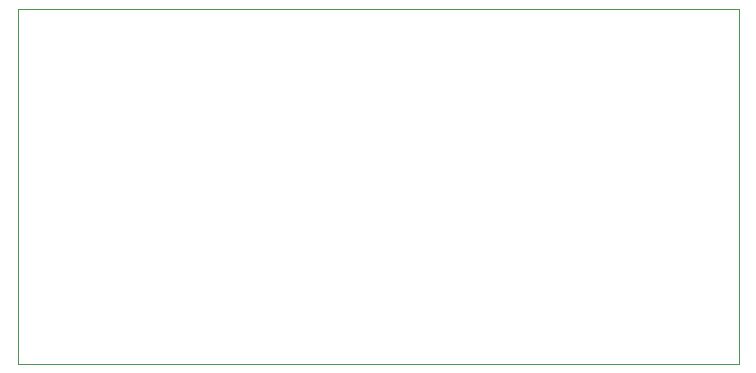
<source format=gko>
G75*
%MOIN*%
%OFA0B0*%
%FSLAX24Y24*%
%IPPOS*%
%LPD*%
%AMOC8*
5,1,8,0,0,1.08239X$1,22.5*
%
%ADD10C,0.0000*%
D10*
X000246Y000563D02*
X000246Y012409D01*
X024266Y012409D01*
X024266Y000563D01*
X000246Y000563D01*
M02*

</source>
